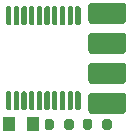
<source format=gbr>
%TF.GenerationSoftware,KiCad,Pcbnew,(5.1.8)-1*%
%TF.CreationDate,2022-12-26T11:43:22-06:00*%
%TF.ProjectId,pcb,7063622e-6b69-4636-9164-5f7063625858,rev?*%
%TF.SameCoordinates,Original*%
%TF.FileFunction,Paste,Top*%
%TF.FilePolarity,Positive*%
%FSLAX46Y46*%
G04 Gerber Fmt 4.6, Leading zero omitted, Abs format (unit mm)*
G04 Created by KiCad (PCBNEW (5.1.8)-1) date 2022-12-26 11:43:22*
%MOMM*%
%LPD*%
G01*
G04 APERTURE LIST*
%ADD10R,1.000000X1.250000*%
G04 APERTURE END LIST*
%TO.C,U1*%
G36*
G01*
X143719000Y-104400000D02*
X143944000Y-104400000D01*
G75*
G02*
X144056500Y-104512500I0J-112500D01*
G01*
X144056500Y-105887500D01*
G75*
G02*
X143944000Y-106000000I-112500J0D01*
G01*
X143719000Y-106000000D01*
G75*
G02*
X143606500Y-105887500I0J112500D01*
G01*
X143606500Y-104512500D01*
G75*
G02*
X143719000Y-104400000I112500J0D01*
G01*
G37*
G36*
G01*
X143069000Y-104400000D02*
X143294000Y-104400000D01*
G75*
G02*
X143406500Y-104512500I0J-112500D01*
G01*
X143406500Y-105887500D01*
G75*
G02*
X143294000Y-106000000I-112500J0D01*
G01*
X143069000Y-106000000D01*
G75*
G02*
X142956500Y-105887500I0J112500D01*
G01*
X142956500Y-104512500D01*
G75*
G02*
X143069000Y-104400000I112500J0D01*
G01*
G37*
G36*
G01*
X142419000Y-104400000D02*
X142644000Y-104400000D01*
G75*
G02*
X142756500Y-104512500I0J-112500D01*
G01*
X142756500Y-105887500D01*
G75*
G02*
X142644000Y-106000000I-112500J0D01*
G01*
X142419000Y-106000000D01*
G75*
G02*
X142306500Y-105887500I0J112500D01*
G01*
X142306500Y-104512500D01*
G75*
G02*
X142419000Y-104400000I112500J0D01*
G01*
G37*
G36*
G01*
X141769000Y-104400000D02*
X141994000Y-104400000D01*
G75*
G02*
X142106500Y-104512500I0J-112500D01*
G01*
X142106500Y-105887500D01*
G75*
G02*
X141994000Y-106000000I-112500J0D01*
G01*
X141769000Y-106000000D01*
G75*
G02*
X141656500Y-105887500I0J112500D01*
G01*
X141656500Y-104512500D01*
G75*
G02*
X141769000Y-104400000I112500J0D01*
G01*
G37*
G36*
G01*
X141119000Y-104400000D02*
X141344000Y-104400000D01*
G75*
G02*
X141456500Y-104512500I0J-112500D01*
G01*
X141456500Y-105887500D01*
G75*
G02*
X141344000Y-106000000I-112500J0D01*
G01*
X141119000Y-106000000D01*
G75*
G02*
X141006500Y-105887500I0J112500D01*
G01*
X141006500Y-104512500D01*
G75*
G02*
X141119000Y-104400000I112500J0D01*
G01*
G37*
G36*
G01*
X140469000Y-104400000D02*
X140694000Y-104400000D01*
G75*
G02*
X140806500Y-104512500I0J-112500D01*
G01*
X140806500Y-105887500D01*
G75*
G02*
X140694000Y-106000000I-112500J0D01*
G01*
X140469000Y-106000000D01*
G75*
G02*
X140356500Y-105887500I0J112500D01*
G01*
X140356500Y-104512500D01*
G75*
G02*
X140469000Y-104400000I112500J0D01*
G01*
G37*
G36*
G01*
X139819000Y-104400000D02*
X140044000Y-104400000D01*
G75*
G02*
X140156500Y-104512500I0J-112500D01*
G01*
X140156500Y-105887500D01*
G75*
G02*
X140044000Y-106000000I-112500J0D01*
G01*
X139819000Y-106000000D01*
G75*
G02*
X139706500Y-105887500I0J112500D01*
G01*
X139706500Y-104512500D01*
G75*
G02*
X139819000Y-104400000I112500J0D01*
G01*
G37*
G36*
G01*
X139169000Y-104400000D02*
X139394000Y-104400000D01*
G75*
G02*
X139506500Y-104512500I0J-112500D01*
G01*
X139506500Y-105887500D01*
G75*
G02*
X139394000Y-106000000I-112500J0D01*
G01*
X139169000Y-106000000D01*
G75*
G02*
X139056500Y-105887500I0J112500D01*
G01*
X139056500Y-104512500D01*
G75*
G02*
X139169000Y-104400000I112500J0D01*
G01*
G37*
G36*
G01*
X138519000Y-104400000D02*
X138744000Y-104400000D01*
G75*
G02*
X138856500Y-104512500I0J-112500D01*
G01*
X138856500Y-105887500D01*
G75*
G02*
X138744000Y-106000000I-112500J0D01*
G01*
X138519000Y-106000000D01*
G75*
G02*
X138406500Y-105887500I0J112500D01*
G01*
X138406500Y-104512500D01*
G75*
G02*
X138519000Y-104400000I112500J0D01*
G01*
G37*
G36*
G01*
X137869000Y-104400000D02*
X138094000Y-104400000D01*
G75*
G02*
X138206500Y-104512500I0J-112500D01*
G01*
X138206500Y-105887500D01*
G75*
G02*
X138094000Y-106000000I-112500J0D01*
G01*
X137869000Y-106000000D01*
G75*
G02*
X137756500Y-105887500I0J112500D01*
G01*
X137756500Y-104512500D01*
G75*
G02*
X137869000Y-104400000I112500J0D01*
G01*
G37*
G36*
G01*
X137869000Y-97200000D02*
X138094000Y-97200000D01*
G75*
G02*
X138206500Y-97312500I0J-112500D01*
G01*
X138206500Y-98687500D01*
G75*
G02*
X138094000Y-98800000I-112500J0D01*
G01*
X137869000Y-98800000D01*
G75*
G02*
X137756500Y-98687500I0J112500D01*
G01*
X137756500Y-97312500D01*
G75*
G02*
X137869000Y-97200000I112500J0D01*
G01*
G37*
G36*
G01*
X138519000Y-97200000D02*
X138744000Y-97200000D01*
G75*
G02*
X138856500Y-97312500I0J-112500D01*
G01*
X138856500Y-98687500D01*
G75*
G02*
X138744000Y-98800000I-112500J0D01*
G01*
X138519000Y-98800000D01*
G75*
G02*
X138406500Y-98687500I0J112500D01*
G01*
X138406500Y-97312500D01*
G75*
G02*
X138519000Y-97200000I112500J0D01*
G01*
G37*
G36*
G01*
X139169000Y-97200000D02*
X139394000Y-97200000D01*
G75*
G02*
X139506500Y-97312500I0J-112500D01*
G01*
X139506500Y-98687500D01*
G75*
G02*
X139394000Y-98800000I-112500J0D01*
G01*
X139169000Y-98800000D01*
G75*
G02*
X139056500Y-98687500I0J112500D01*
G01*
X139056500Y-97312500D01*
G75*
G02*
X139169000Y-97200000I112500J0D01*
G01*
G37*
G36*
G01*
X139819000Y-97200000D02*
X140044000Y-97200000D01*
G75*
G02*
X140156500Y-97312500I0J-112500D01*
G01*
X140156500Y-98687500D01*
G75*
G02*
X140044000Y-98800000I-112500J0D01*
G01*
X139819000Y-98800000D01*
G75*
G02*
X139706500Y-98687500I0J112500D01*
G01*
X139706500Y-97312500D01*
G75*
G02*
X139819000Y-97200000I112500J0D01*
G01*
G37*
G36*
G01*
X140469000Y-97200000D02*
X140694000Y-97200000D01*
G75*
G02*
X140806500Y-97312500I0J-112500D01*
G01*
X140806500Y-98687500D01*
G75*
G02*
X140694000Y-98800000I-112500J0D01*
G01*
X140469000Y-98800000D01*
G75*
G02*
X140356500Y-98687500I0J112500D01*
G01*
X140356500Y-97312500D01*
G75*
G02*
X140469000Y-97200000I112500J0D01*
G01*
G37*
G36*
G01*
X141119000Y-97200000D02*
X141344000Y-97200000D01*
G75*
G02*
X141456500Y-97312500I0J-112500D01*
G01*
X141456500Y-98687500D01*
G75*
G02*
X141344000Y-98800000I-112500J0D01*
G01*
X141119000Y-98800000D01*
G75*
G02*
X141006500Y-98687500I0J112500D01*
G01*
X141006500Y-97312500D01*
G75*
G02*
X141119000Y-97200000I112500J0D01*
G01*
G37*
G36*
G01*
X141769000Y-97200000D02*
X141994000Y-97200000D01*
G75*
G02*
X142106500Y-97312500I0J-112500D01*
G01*
X142106500Y-98687500D01*
G75*
G02*
X141994000Y-98800000I-112500J0D01*
G01*
X141769000Y-98800000D01*
G75*
G02*
X141656500Y-98687500I0J112500D01*
G01*
X141656500Y-97312500D01*
G75*
G02*
X141769000Y-97200000I112500J0D01*
G01*
G37*
G36*
G01*
X142419000Y-97200000D02*
X142644000Y-97200000D01*
G75*
G02*
X142756500Y-97312500I0J-112500D01*
G01*
X142756500Y-98687500D01*
G75*
G02*
X142644000Y-98800000I-112500J0D01*
G01*
X142419000Y-98800000D01*
G75*
G02*
X142306500Y-98687500I0J112500D01*
G01*
X142306500Y-97312500D01*
G75*
G02*
X142419000Y-97200000I112500J0D01*
G01*
G37*
G36*
G01*
X143069000Y-97200000D02*
X143294000Y-97200000D01*
G75*
G02*
X143406500Y-97312500I0J-112500D01*
G01*
X143406500Y-98687500D01*
G75*
G02*
X143294000Y-98800000I-112500J0D01*
G01*
X143069000Y-98800000D01*
G75*
G02*
X142956500Y-98687500I0J112500D01*
G01*
X142956500Y-97312500D01*
G75*
G02*
X143069000Y-97200000I112500J0D01*
G01*
G37*
G36*
G01*
X143719000Y-97200000D02*
X143944000Y-97200000D01*
G75*
G02*
X144056500Y-97312500I0J-112500D01*
G01*
X144056500Y-98687500D01*
G75*
G02*
X143944000Y-98800000I-112500J0D01*
G01*
X143719000Y-98800000D01*
G75*
G02*
X143606500Y-98687500I0J112500D01*
G01*
X143606500Y-97312500D01*
G75*
G02*
X143719000Y-97200000I112500J0D01*
G01*
G37*
%TD*%
%TO.C,J1*%
G36*
G01*
X144718500Y-98425400D02*
X144718500Y-97154600D01*
G75*
G02*
X144983100Y-96890000I264600J0D01*
G01*
X147653900Y-96890000D01*
G75*
G02*
X147918500Y-97154600I0J-264600D01*
G01*
X147918500Y-98425400D01*
G75*
G02*
X147653900Y-98690000I-264600J0D01*
G01*
X144983100Y-98690000D01*
G75*
G02*
X144718500Y-98425400I0J264600D01*
G01*
G37*
G36*
G01*
X144718500Y-100965400D02*
X144718500Y-99694600D01*
G75*
G02*
X144983100Y-99430000I264600J0D01*
G01*
X147653900Y-99430000D01*
G75*
G02*
X147918500Y-99694600I0J-264600D01*
G01*
X147918500Y-100965400D01*
G75*
G02*
X147653900Y-101230000I-264600J0D01*
G01*
X144983100Y-101230000D01*
G75*
G02*
X144718500Y-100965400I0J264600D01*
G01*
G37*
G36*
G01*
X144718500Y-103505400D02*
X144718500Y-102234600D01*
G75*
G02*
X144983100Y-101970000I264600J0D01*
G01*
X147653900Y-101970000D01*
G75*
G02*
X147918500Y-102234600I0J-264600D01*
G01*
X147918500Y-103505400D01*
G75*
G02*
X147653900Y-103770000I-264600J0D01*
G01*
X144983100Y-103770000D01*
G75*
G02*
X144718500Y-103505400I0J264600D01*
G01*
G37*
G36*
G01*
X144718500Y-106045400D02*
X144718500Y-104774600D01*
G75*
G02*
X144983100Y-104510000I264600J0D01*
G01*
X147653900Y-104510000D01*
G75*
G02*
X147918500Y-104774600I0J-264600D01*
G01*
X147918500Y-106045400D01*
G75*
G02*
X147653900Y-106310000I-264600J0D01*
G01*
X144983100Y-106310000D01*
G75*
G02*
X144718500Y-106045400I0J264600D01*
G01*
G37*
%TD*%
%TO.C,C2*%
G36*
G01*
X143465000Y-106913000D02*
X143465000Y-107463000D01*
G75*
G02*
X143265000Y-107663000I-200000J0D01*
G01*
X142865000Y-107663000D01*
G75*
G02*
X142665000Y-107463000I0J200000D01*
G01*
X142665000Y-106913000D01*
G75*
G02*
X142865000Y-106713000I200000J0D01*
G01*
X143265000Y-106713000D01*
G75*
G02*
X143465000Y-106913000I0J-200000D01*
G01*
G37*
G36*
G01*
X141815000Y-106913000D02*
X141815000Y-107463000D01*
G75*
G02*
X141615000Y-107663000I-200000J0D01*
G01*
X141215000Y-107663000D01*
G75*
G02*
X141015000Y-107463000I0J200000D01*
G01*
X141015000Y-106913000D01*
G75*
G02*
X141215000Y-106713000I200000J0D01*
G01*
X141615000Y-106713000D01*
G75*
G02*
X141815000Y-106913000I0J-200000D01*
G01*
G37*
%TD*%
%TO.C,C3*%
G36*
G01*
X144253500Y-107463000D02*
X144253500Y-106913000D01*
G75*
G02*
X144453500Y-106713000I200000J0D01*
G01*
X144853500Y-106713000D01*
G75*
G02*
X145053500Y-106913000I0J-200000D01*
G01*
X145053500Y-107463000D01*
G75*
G02*
X144853500Y-107663000I-200000J0D01*
G01*
X144453500Y-107663000D01*
G75*
G02*
X144253500Y-107463000I0J200000D01*
G01*
G37*
G36*
G01*
X145903500Y-107463000D02*
X145903500Y-106913000D01*
G75*
G02*
X146103500Y-106713000I200000J0D01*
G01*
X146503500Y-106713000D01*
G75*
G02*
X146703500Y-106913000I0J-200000D01*
G01*
X146703500Y-107463000D01*
G75*
G02*
X146503500Y-107663000I-200000J0D01*
G01*
X146103500Y-107663000D01*
G75*
G02*
X145903500Y-107463000I0J200000D01*
G01*
G37*
%TD*%
D10*
%TO.C,D1*%
X138001500Y-107188000D03*
X140001500Y-107188000D03*
%TD*%
M02*

</source>
